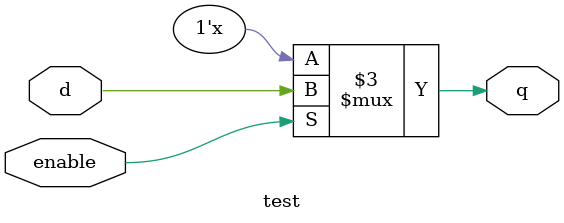
<source format=v>
module test(input d, enable, output reg q);

always @(d or enable)
    if(enable)
	    q = d;
endmodule		

</source>
